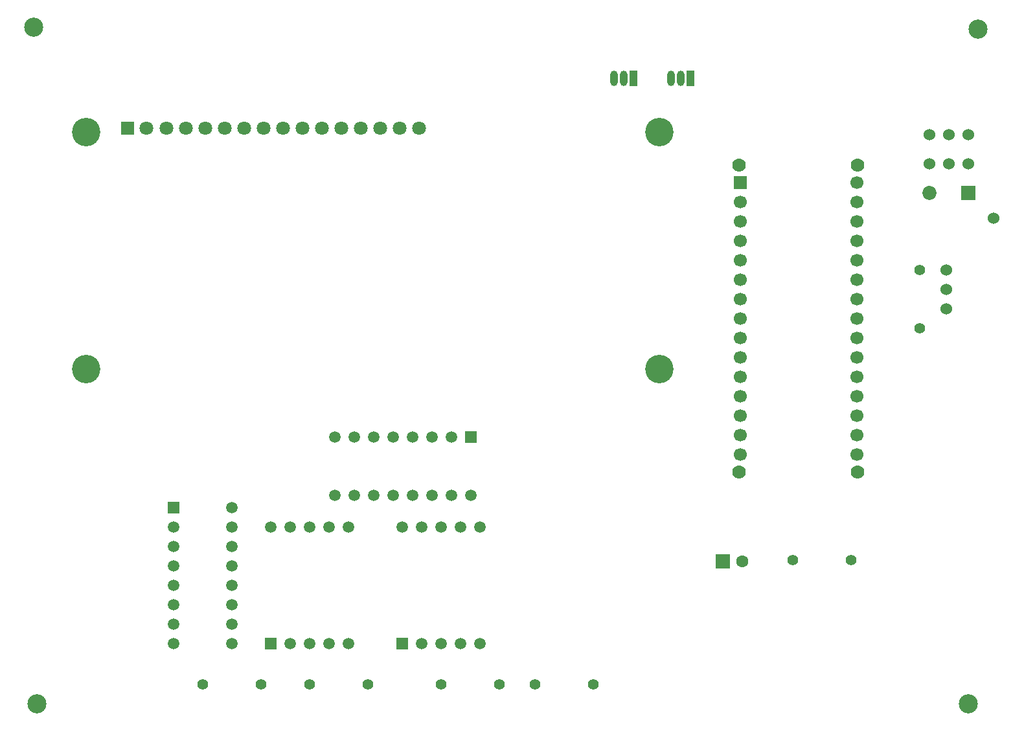
<source format=gtl>
%FSTAX23Y23*%
%MOIN*%
%SFA1B1*%

%IPPOS*%
%ADD15C,0.098425*%
%ADD33C,0.060000*%
%ADD34R,0.066929X0.066929*%
%ADD35C,0.066929*%
%ADD36C,0.070000*%
%ADD37R,0.070866X0.070866*%
%ADD38C,0.070866*%
%ADD39C,0.146299*%
%ADD40C,0.055118*%
%ADD41R,0.072835X0.072835*%
%ADD42C,0.072835*%
%ADD43C,0.062992*%
%ADD44R,0.072835X0.072835*%
%ADD45R,0.059055X0.059055*%
%ADD46C,0.059055*%
%ADD47O,0.039370X0.078740*%
%ADD48R,0.039370X0.078740*%
%ADD49R,0.059055X0.059055*%
%LNpcb_baja_teste-1*%
%LPD*%
G54D15*
X0666Y01295D03*
X01865D03*
X0185Y0478D03*
X0671Y0477D03*
G54D33*
X0679Y03795D03*
X0656Y04075D03*
X0666D03*
X0646D03*
X0656Y04225D03*
X0666D03*
X0646D03*
X06545Y0343D03*
Y0333D03*
Y0353D03*
G54D34*
X05485Y0398D03*
G54D35*
X05485Y0388D03*
Y0378D03*
Y0368D03*
Y0358D03*
Y0348D03*
Y0338D03*
Y0328D03*
Y0318D03*
Y0308D03*
Y0298D03*
Y0288D03*
Y0278D03*
Y0268D03*
Y0258D03*
X06085D03*
Y0268D03*
Y0278D03*
Y0288D03*
Y0298D03*
Y0308D03*
Y0318D03*
Y0328D03*
Y0338D03*
Y0348D03*
Y0358D03*
Y0368D03*
Y0378D03*
Y0388D03*
Y0398D03*
G54D36*
X0548Y0249D03*
X0609D03*
X0548Y0407D03*
X0609D03*
G54D37*
X02333Y04259D03*
G54D38*
X0243Y04259D03*
X02533D03*
X02633D03*
X02733D03*
X02833D03*
X02933D03*
X03033D03*
X03133D03*
X03233D03*
X03333D03*
X03433D03*
X03533D03*
X03633D03*
X03733D03*
X03833D03*
G54D39*
X02117Y0424D03*
Y03019D03*
X0507Y0424D03*
Y03019D03*
G54D40*
X0357Y01395D03*
X0327D03*
X0641Y0353D03*
Y0323D03*
X0302Y01395D03*
X0272D03*
X04245D03*
X03945D03*
X0473D03*
X0443D03*
X05755Y02035D03*
X06055D03*
G54D41*
X0666Y03925D03*
G54D42*
X0646Y03925D03*
G54D43*
X05495Y0203D03*
G54D44*
X05395Y0203D03*
G54D45*
X0307Y01605D03*
X03745D03*
X041Y0267D03*
G54D46*
X0317Y01605D03*
X0327D03*
X0337D03*
X0347D03*
X0307Y02205D03*
X0317D03*
X0327D03*
X0337D03*
X0347D03*
X0287Y01605D03*
Y01705D03*
Y01805D03*
Y01905D03*
Y02005D03*
Y02105D03*
Y02205D03*
Y02305D03*
X0257Y01605D03*
Y01705D03*
Y01805D03*
Y01905D03*
Y02005D03*
Y02105D03*
Y02205D03*
X03845Y01605D03*
X03945D03*
X04045D03*
X04145D03*
X03745Y02205D03*
X03845D03*
X03945D03*
X04045D03*
X04145D03*
X034Y0237D03*
X035D03*
X036D03*
X037D03*
X038D03*
X039D03*
X04D03*
X041D03*
X034Y0267D03*
X035D03*
X036D03*
X037D03*
X038D03*
X039D03*
X04D03*
G54D47*
X0513Y04515D03*
X0518D03*
X04835D03*
X04885D03*
G54D48*
X0523Y04515D03*
X04935D03*
G54D49*
X0257Y02305D03*
M02*
</source>
